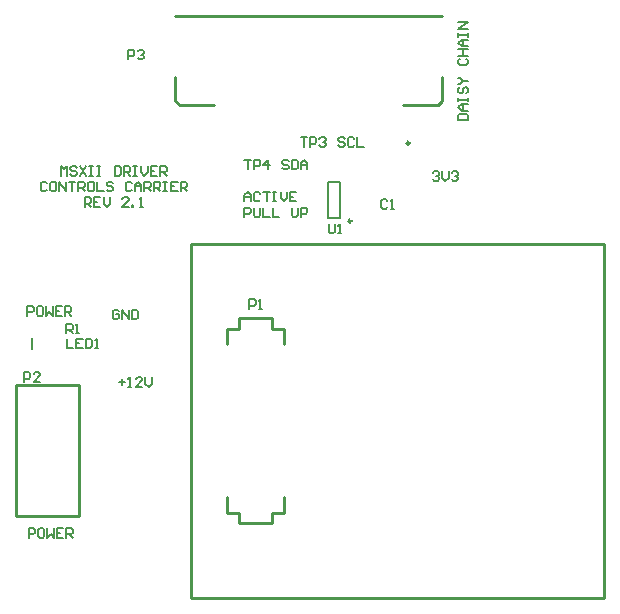
<source format=gto>
G04*
G04 #@! TF.GenerationSoftware,Altium Limited,Altium Designer,18.1.6 (161)*
G04*
G04 Layer_Color=65535*
%FSLAX25Y25*%
%MOIN*%
G70*
G01*
G75*
%ADD10C,0.00984*%
%ADD11C,0.01024*%
%ADD12C,0.01000*%
%ADD13C,0.00591*%
%ADD14C,0.00787*%
D10*
X112598Y125591D02*
G03*
X112598Y125591I-492J0D01*
G01*
D11*
X132020Y151575D02*
G03*
X132020Y151575I-512J0D01*
G01*
D12*
X905Y27384D02*
Y59842D01*
X21772Y27384D02*
Y70983D01*
X905Y27384D02*
X21772D01*
X905Y70983D02*
X21772D01*
X905Y55905D02*
Y70983D01*
X90158Y28346D02*
Y33465D01*
X71260Y28346D02*
Y33465D01*
X90158Y84646D02*
Y89764D01*
X71260Y84646D02*
Y89764D01*
X75197Y24803D02*
X86221D01*
X71260Y28346D02*
X75197D01*
X86221Y24803D02*
Y28346D01*
X90158D01*
X75197Y24803D02*
Y28346D01*
X86221Y89764D02*
Y93307D01*
X71260Y89764D02*
X75197D01*
Y93307D01*
X86221Y89764D02*
X90158D01*
X75197Y93307D02*
X86221D01*
X59055Y0D02*
Y118110D01*
X196850D01*
X59055Y0D02*
X196850D01*
Y118110D01*
X53949Y193936D02*
X142926D01*
X55524Y164173D02*
X66942D01*
X53950Y165748D02*
X55524Y164173D01*
X53950Y165748D02*
Y173622D01*
X142926Y165748D02*
Y173622D01*
X141351Y164173D02*
X142926Y165748D01*
X129934Y164173D02*
X141351D01*
D13*
X6142Y82953D02*
Y86537D01*
X15826Y140777D02*
Y143926D01*
X16875Y142876D01*
X17925Y143926D01*
Y140777D01*
X21073Y143401D02*
X20549Y143926D01*
X19499D01*
X18974Y143401D01*
Y142876D01*
X19499Y142351D01*
X20549D01*
X21073Y141826D01*
Y141302D01*
X20549Y140777D01*
X19499D01*
X18974Y141302D01*
X22123Y143926D02*
X24222Y140777D01*
Y143926D02*
X22123Y140777D01*
X25272Y143926D02*
X26321D01*
X25796D01*
Y140777D01*
X25272D01*
X26321D01*
X27896Y143926D02*
X28945D01*
X28420D01*
Y140777D01*
X27896D01*
X28945D01*
X33668Y143926D02*
Y140777D01*
X35242D01*
X35767Y141302D01*
Y143401D01*
X35242Y143926D01*
X33668D01*
X36816Y140777D02*
Y143926D01*
X38391D01*
X38916Y143401D01*
Y142351D01*
X38391Y141826D01*
X36816D01*
X37866D02*
X38916Y140777D01*
X39965Y143926D02*
X41015D01*
X40490D01*
Y140777D01*
X39965D01*
X41015D01*
X42589Y143926D02*
Y141826D01*
X43638Y140777D01*
X44688Y141826D01*
Y143926D01*
X47837D02*
X45737D01*
Y140777D01*
X47837D01*
X45737Y142351D02*
X46787D01*
X48886Y140777D02*
Y143926D01*
X50460D01*
X50985Y143401D01*
Y142351D01*
X50460Y141826D01*
X48886D01*
X49936D02*
X50985Y140777D01*
X11103Y138205D02*
X10578Y138730D01*
X9529D01*
X9004Y138205D01*
Y136106D01*
X9529Y135581D01*
X10578D01*
X11103Y136106D01*
X13727Y138730D02*
X12677D01*
X12152Y138205D01*
Y136106D01*
X12677Y135581D01*
X13727D01*
X14252Y136106D01*
Y138205D01*
X13727Y138730D01*
X15301Y135581D02*
Y138730D01*
X17400Y135581D01*
Y138730D01*
X18450D02*
X20549D01*
X19499D01*
Y135581D01*
X21598D02*
Y138730D01*
X23173D01*
X23697Y138205D01*
Y137156D01*
X23173Y136631D01*
X21598D01*
X22648D02*
X23697Y135581D01*
X26321Y138730D02*
X25272D01*
X24747Y138205D01*
Y136106D01*
X25272Y135581D01*
X26321D01*
X26846Y136106D01*
Y138205D01*
X26321Y138730D01*
X27896D02*
Y135581D01*
X29994D01*
X33143Y138205D02*
X32618Y138730D01*
X31569D01*
X31044Y138205D01*
Y137680D01*
X31569Y137156D01*
X32618D01*
X33143Y136631D01*
Y136106D01*
X32618Y135581D01*
X31569D01*
X31044Y136106D01*
X39440Y138205D02*
X38916Y138730D01*
X37866D01*
X37341Y138205D01*
Y136106D01*
X37866Y135581D01*
X38916D01*
X39440Y136106D01*
X40490Y135581D02*
Y137680D01*
X41539Y138730D01*
X42589Y137680D01*
Y135581D01*
Y137156D01*
X40490D01*
X43638Y135581D02*
Y138730D01*
X45213D01*
X45737Y138205D01*
Y137156D01*
X45213Y136631D01*
X43638D01*
X44688D02*
X45737Y135581D01*
X46787D02*
Y138730D01*
X48361D01*
X48886Y138205D01*
Y137156D01*
X48361Y136631D01*
X46787D01*
X47837D02*
X48886Y135581D01*
X49936Y138730D02*
X50985D01*
X50460D01*
Y135581D01*
X49936D01*
X50985D01*
X54659Y138730D02*
X52559D01*
Y135581D01*
X54659D01*
X52559Y137156D02*
X53609D01*
X55708Y135581D02*
Y138730D01*
X57282D01*
X57807Y138205D01*
Y137156D01*
X57282Y136631D01*
X55708D01*
X56758D02*
X57807Y135581D01*
X23697Y130386D02*
Y133534D01*
X25272D01*
X25796Y133010D01*
Y131960D01*
X25272Y131435D01*
X23697D01*
X24747D02*
X25796Y130386D01*
X28945Y133534D02*
X26846D01*
Y130386D01*
X28945D01*
X26846Y131960D02*
X27896D01*
X29994Y133534D02*
Y131435D01*
X31044Y130386D01*
X32094Y131435D01*
Y133534D01*
X38391Y130386D02*
X36292D01*
X38391Y132485D01*
Y133010D01*
X37866Y133534D01*
X36816D01*
X36292Y133010D01*
X39440Y130386D02*
Y130911D01*
X39965D01*
Y130386D01*
X39440D01*
X42064D02*
X43114D01*
X42589D01*
Y133534D01*
X42064Y133010D01*
X4606Y94095D02*
Y97244D01*
X6181D01*
X6705Y96719D01*
Y95669D01*
X6181Y95144D01*
X4606D01*
X9329Y97244D02*
X8280D01*
X7755Y96719D01*
Y94620D01*
X8280Y94095D01*
X9329D01*
X9854Y94620D01*
Y96719D01*
X9329Y97244D01*
X10904D02*
Y94095D01*
X11953Y95144D01*
X13002Y94095D01*
Y97244D01*
X16151D02*
X14052D01*
Y94095D01*
X16151D01*
X14052Y95669D02*
X15102D01*
X17201Y94095D02*
Y97244D01*
X18775D01*
X19300Y96719D01*
Y95669D01*
X18775Y95144D01*
X17201D01*
X18250D02*
X19300Y94095D01*
X148278Y159264D02*
X151426D01*
Y160838D01*
X150902Y161363D01*
X148803D01*
X148278Y160838D01*
Y159264D01*
X151426Y162412D02*
X149327D01*
X148278Y163462D01*
X149327Y164511D01*
X151426D01*
X149852D01*
Y162412D01*
X148278Y165561D02*
Y166611D01*
Y166086D01*
X151426D01*
Y165561D01*
Y166611D01*
X148803Y170284D02*
X148278Y169759D01*
Y168710D01*
X148803Y168185D01*
X149327D01*
X149852Y168710D01*
Y169759D01*
X150377Y170284D01*
X150902D01*
X151426Y169759D01*
Y168710D01*
X150902Y168185D01*
X148278Y171333D02*
X148803D01*
X149852Y172383D01*
X148803Y173432D01*
X148278D01*
X149852Y172383D02*
X151426D01*
X148803Y179730D02*
X148278Y179205D01*
Y178155D01*
X148803Y177631D01*
X150902D01*
X151426Y178155D01*
Y179205D01*
X150902Y179730D01*
X148278Y180779D02*
X151426D01*
X149852D01*
Y182878D01*
X148278D01*
X151426D01*
Y183928D02*
X149327D01*
X148278Y184977D01*
X149327Y186027D01*
X151426D01*
X149852D01*
Y183928D01*
X148278Y187076D02*
Y188126D01*
Y187601D01*
X151426D01*
Y187076D01*
Y188126D01*
Y189700D02*
X148278D01*
X151426Y191799D01*
X148278D01*
X76968Y132164D02*
Y134263D01*
X78018Y135313D01*
X79068Y134263D01*
Y132164D01*
Y133738D01*
X76968D01*
X82216Y134788D02*
X81691Y135313D01*
X80642D01*
X80117Y134788D01*
Y132689D01*
X80642Y132164D01*
X81691D01*
X82216Y132689D01*
X83266Y135313D02*
X85365D01*
X84315D01*
Y132164D01*
X86414Y135313D02*
X87464D01*
X86939D01*
Y132164D01*
X86414D01*
X87464D01*
X89038Y135313D02*
Y133214D01*
X90088Y132164D01*
X91137Y133214D01*
Y135313D01*
X94286D02*
X92187D01*
Y132164D01*
X94286D01*
X92187Y133738D02*
X93236D01*
X76968Y126969D02*
Y130117D01*
X78543D01*
X79068Y129592D01*
Y128543D01*
X78543Y128018D01*
X76968D01*
X80117Y130117D02*
Y127493D01*
X80642Y126969D01*
X81691D01*
X82216Y127493D01*
Y130117D01*
X83266D02*
Y126969D01*
X85365D01*
X86414Y130117D02*
Y126969D01*
X88513D01*
X92711Y130117D02*
Y127493D01*
X93236Y126969D01*
X94286D01*
X94810Y127493D01*
Y130117D01*
X95860Y126969D02*
Y130117D01*
X97434D01*
X97959Y129592D01*
Y128543D01*
X97434Y128018D01*
X95860D01*
X105071Y124622D02*
Y121998D01*
X105596Y121473D01*
X106645D01*
X107170Y121998D01*
Y124622D01*
X108219Y121473D02*
X109269D01*
X108744D01*
Y124622D01*
X108219Y124097D01*
X5000Y20079D02*
Y23228D01*
X6574D01*
X7099Y22703D01*
Y21654D01*
X6574Y21129D01*
X5000D01*
X9723Y23228D02*
X8673D01*
X8149Y22703D01*
Y20604D01*
X8673Y20079D01*
X9723D01*
X10248Y20604D01*
Y22703D01*
X9723Y23228D01*
X11297D02*
Y20079D01*
X12347Y21129D01*
X13396Y20079D01*
Y23228D01*
X16545D02*
X14446D01*
Y20079D01*
X16545D01*
X14446Y21654D02*
X15495D01*
X17594Y20079D02*
Y23228D01*
X19169D01*
X19693Y22703D01*
Y21654D01*
X19169Y21129D01*
X17594D01*
X18644D02*
X19693Y20079D01*
X78575Y96375D02*
Y99523D01*
X80149D01*
X80674Y98999D01*
Y97949D01*
X80149Y97424D01*
X78575D01*
X81723Y96375D02*
X82773D01*
X82248D01*
Y99523D01*
X81723Y98999D01*
X35170Y95537D02*
X34645Y96062D01*
X33596D01*
X33071Y95537D01*
Y93438D01*
X33596Y92913D01*
X34645D01*
X35170Y93438D01*
Y94488D01*
X34120D01*
X36219Y92913D02*
Y96062D01*
X38318Y92913D01*
Y96062D01*
X39368D02*
Y92913D01*
X40942D01*
X41467Y93438D01*
Y95537D01*
X40942Y96062D01*
X39368D01*
X76968Y145995D02*
X79068D01*
X78018D01*
Y142846D01*
X80117D02*
Y145995D01*
X81691D01*
X82216Y145470D01*
Y144421D01*
X81691Y143896D01*
X80117D01*
X84840Y142846D02*
Y145995D01*
X83266Y144421D01*
X85365D01*
X91662Y145470D02*
X91137Y145995D01*
X90088D01*
X89563Y145470D01*
Y144945D01*
X90088Y144421D01*
X91137D01*
X91662Y143896D01*
Y143371D01*
X91137Y142846D01*
X90088D01*
X89563Y143371D01*
X92711Y145995D02*
Y142846D01*
X94286D01*
X94810Y143371D01*
Y145470D01*
X94286Y145995D01*
X92711D01*
X95860Y142846D02*
Y144945D01*
X96910Y145995D01*
X97959Y144945D01*
Y142846D01*
Y144421D01*
X95860D01*
X95669Y153542D02*
X97768D01*
X96719D01*
Y150394D01*
X98818D02*
Y153542D01*
X100392D01*
X100917Y153017D01*
Y151968D01*
X100392Y151443D01*
X98818D01*
X101967Y153017D02*
X102491Y153542D01*
X103541D01*
X104066Y153017D01*
Y152493D01*
X103541Y151968D01*
X103016D01*
X103541D01*
X104066Y151443D01*
Y150918D01*
X103541Y150394D01*
X102491D01*
X101967Y150918D01*
X110363Y153017D02*
X109838Y153542D01*
X108788D01*
X108264Y153017D01*
Y152493D01*
X108788Y151968D01*
X109838D01*
X110363Y151443D01*
Y150918D01*
X109838Y150394D01*
X108788D01*
X108264Y150918D01*
X113511Y153017D02*
X112987Y153542D01*
X111937D01*
X111412Y153017D01*
Y150918D01*
X111937Y150394D01*
X112987D01*
X113511Y150918D01*
X114561Y153542D02*
Y150394D01*
X116660D01*
X139764Y141600D02*
X140289Y142125D01*
X141338D01*
X141863Y141600D01*
Y141075D01*
X141338Y140551D01*
X140813D01*
X141338D01*
X141863Y140026D01*
Y139501D01*
X141338Y138976D01*
X140289D01*
X139764Y139501D01*
X142912Y142125D02*
Y140026D01*
X143962Y138976D01*
X145011Y140026D01*
Y142125D01*
X146061Y141600D02*
X146586Y142125D01*
X147635D01*
X148160Y141600D01*
Y141075D01*
X147635Y140551D01*
X147110D01*
X147635D01*
X148160Y140026D01*
Y139501D01*
X147635Y138976D01*
X146586D01*
X146061Y139501D01*
X35039Y71976D02*
X37138D01*
X36089Y73025D02*
Y70926D01*
X38188Y70402D02*
X39237D01*
X38713D01*
Y73550D01*
X38188Y73025D01*
X42911Y70402D02*
X40812D01*
X42911Y72501D01*
Y73025D01*
X42386Y73550D01*
X41337D01*
X40812Y73025D01*
X43960Y73550D02*
Y71451D01*
X45010Y70402D01*
X46059Y71451D01*
Y73550D01*
X17594Y88189D02*
Y91338D01*
X19169D01*
X19693Y90813D01*
Y89763D01*
X19169Y89239D01*
X17594D01*
X18644D02*
X19693Y88189D01*
X20743D02*
X21793D01*
X21268D01*
Y91338D01*
X20743Y90813D01*
X17732Y86452D02*
Y83303D01*
X19831D01*
X22980Y86452D02*
X20881D01*
Y83303D01*
X22980D01*
X20881Y84878D02*
X21930D01*
X24029Y86452D02*
Y83303D01*
X25604D01*
X26129Y83828D01*
Y85927D01*
X25604Y86452D01*
X24029D01*
X27178Y83303D02*
X28228D01*
X27703D01*
Y86452D01*
X27178Y85927D01*
X124634Y132380D02*
X124109Y132905D01*
X123059D01*
X122535Y132380D01*
Y130281D01*
X123059Y129756D01*
X124109D01*
X124634Y130281D01*
X125683Y129756D02*
X126733D01*
X126208D01*
Y132905D01*
X125683Y132380D01*
X3543Y72047D02*
Y75196D01*
X5118D01*
X5642Y74671D01*
Y73621D01*
X5118Y73097D01*
X3543D01*
X8791Y72047D02*
X6692D01*
X8791Y74146D01*
Y74671D01*
X8266Y75196D01*
X7217D01*
X6692Y74671D01*
X38189Y179528D02*
Y182676D01*
X39763D01*
X40288Y182151D01*
Y181102D01*
X39763Y180577D01*
X38189D01*
X41338Y182151D02*
X41862Y182676D01*
X42912D01*
X43437Y182151D01*
Y181627D01*
X42912Y181102D01*
X42387D01*
X42912D01*
X43437Y180577D01*
Y180052D01*
X42912Y179528D01*
X41862D01*
X41338Y180052D01*
D14*
X104724Y126575D02*
X108661D01*
X104724Y138779D02*
X108661D01*
Y126575D02*
Y138779D01*
X104724Y126575D02*
Y138779D01*
M02*

</source>
